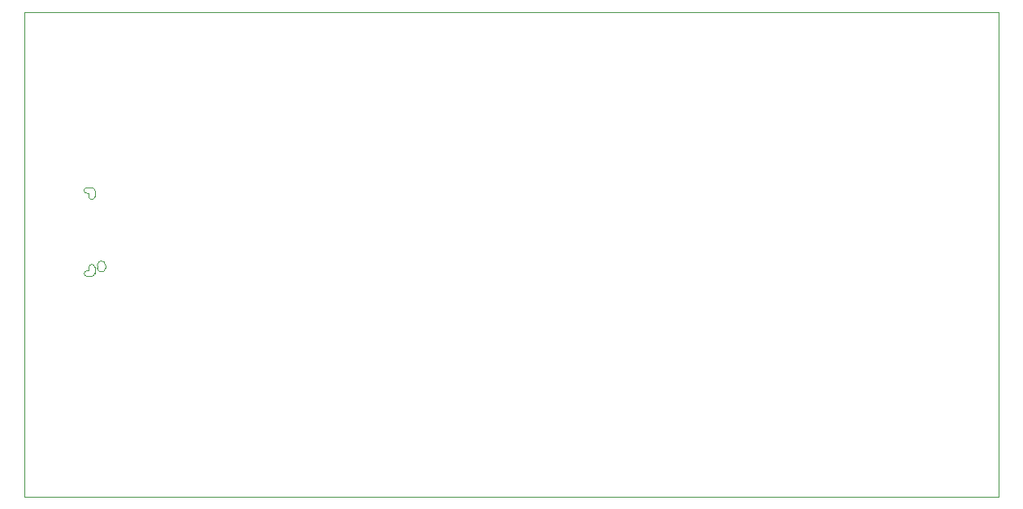
<source format=gbr>
%TF.GenerationSoftware,KiCad,Pcbnew,8.0.2*%
%TF.CreationDate,2025-01-28T20:19:24-08:00*%
%TF.ProjectId,design_revb_2chip,64657369-676e-45f7-9265-76625f326368,rev?*%
%TF.SameCoordinates,Original*%
%TF.FileFunction,Profile,NP*%
%FSLAX46Y46*%
G04 Gerber Fmt 4.6, Leading zero omitted, Abs format (unit mm)*
G04 Created by KiCad (PCBNEW 8.0.2) date 2025-01-28 20:19:24*
%MOMM*%
%LPD*%
G01*
G04 APERTURE LIST*
%TA.AperFunction,Profile*%
%ADD10C,0.050000*%
%TD*%
%TA.AperFunction,Profile*%
%ADD11C,0.010000*%
%TD*%
G04 APERTURE END LIST*
D10*
X152500000Y-51000000D02*
X254000000Y-51000000D01*
X254000000Y-101500000D01*
X152500000Y-101500000D01*
X152500000Y-51000000D01*
D11*
%TO.C,J4*%
X159000000Y-69270000D02*
X159500000Y-69270000D01*
X159000000Y-78530000D02*
X159500000Y-78530000D01*
X159200000Y-69870000D02*
X159000000Y-69870000D01*
X159200000Y-70220000D02*
X159200000Y-69870000D01*
X159200000Y-77930000D02*
X159000000Y-77930000D01*
X159200000Y-77930000D02*
X159200000Y-77580000D01*
X159800000Y-69570000D02*
X159800000Y-70220000D01*
X159800000Y-77580000D02*
X159800000Y-78230000D01*
X160075000Y-77350000D02*
X160075000Y-77650000D01*
X160925000Y-77350000D02*
X160925000Y-77650000D01*
X159000000Y-69870000D02*
G75*
G02*
X159000000Y-69270000I0J300000D01*
G01*
X159000000Y-78530000D02*
G75*
G02*
X159000000Y-77930000I0J300000D01*
G01*
X159000000Y-78530000D02*
G75*
G02*
X159000000Y-77930000I0J300000D01*
G01*
X159200000Y-77580000D02*
G75*
G02*
X159800000Y-77580000I300000J0D01*
G01*
X159200000Y-77580000D02*
G75*
G02*
X159800000Y-77580000I300000J0D01*
G01*
X159500000Y-69270000D02*
G75*
G02*
X159800000Y-69570000I0J-300000D01*
G01*
X159800000Y-70220000D02*
G75*
G02*
X159200000Y-70220000I-300000J0D01*
G01*
X159800000Y-78230000D02*
G75*
G02*
X159500000Y-78530000I-300000J0D01*
G01*
X159800000Y-78230000D02*
G75*
G02*
X159500000Y-78530000I-300000J0D01*
G01*
X160075000Y-77350000D02*
G75*
G02*
X160925000Y-77350000I425000J0D01*
G01*
X160925000Y-77650000D02*
G75*
G02*
X160075000Y-77650000I-425000J0D01*
G01*
%TD*%
M02*

</source>
